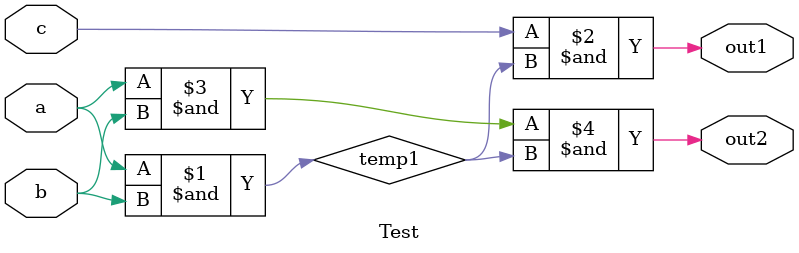
<source format=sv>
module Test(
    input  logic a, b, c,
    output logic out1, out2
);
    logic temp1;

    assign temp1 =a & b;
    assign out1 = c & temp1;
    assign out2 = (a & b) & temp1;

endmodule
</source>
